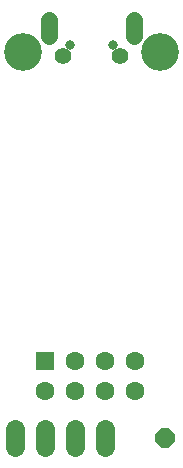
<source format=gbs>
G75*
%MOIN*%
%OFA0B0*%
%FSLAX24Y24*%
%IPPOS*%
%LPD*%
%AMOC8*
5,1,8,0,0,1.08239X$1,22.5*
%
%ADD10R,0.0631X0.0631*%
%ADD11C,0.0631*%
%ADD12C,0.0640*%
%ADD13OC8,0.0640*%
%ADD14C,0.0552*%
%ADD15C,0.0571*%
%ADD16C,0.0316*%
%ADD17C,0.1260*%
D10*
X001770Y003561D03*
D11*
X001770Y002561D03*
X002770Y002561D03*
X002770Y003561D03*
X003770Y003561D03*
X003770Y002561D03*
X004770Y002561D03*
X004770Y003561D03*
D12*
X000770Y001298D02*
X000770Y000698D01*
X001770Y000698D02*
X001770Y001298D01*
X002770Y001298D02*
X002770Y000698D01*
X003770Y000698D02*
X003770Y001298D01*
D13*
X005770Y000998D03*
D14*
X004284Y013743D03*
X002375Y013743D03*
D15*
X001912Y014422D02*
X001912Y014953D01*
X004747Y014953D02*
X004747Y014422D01*
D16*
X004038Y014097D03*
X002621Y014097D03*
D17*
X001058Y013870D03*
X005625Y013870D03*
M02*

</source>
